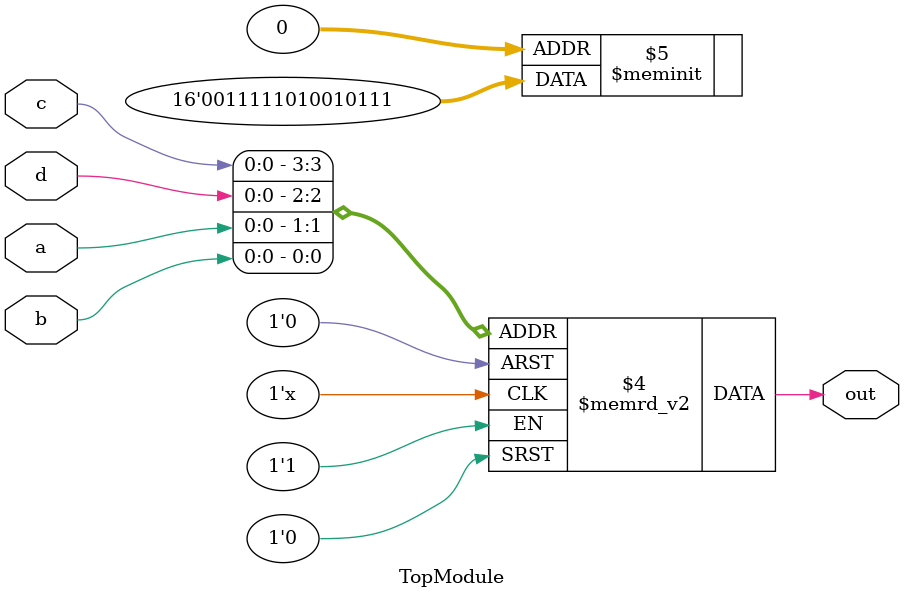
<source format=sv>
module TopModule (
    input logic a,
    input logic b,
    input logic c,
    input logic d,
    output logic out
);

    always @(*) begin
        case ({c, d, a, b})
            4'b0000: out = 1'b1;
            4'b0001: out = 1'b1;
            4'b0010: out = 1'b1;
            4'b0011: out = 1'b0;
            4'b0100: out = 1'b1;
            4'b0101: out = 1'b0;
            4'b0110: out = 1'b0;
            4'b0111: out = 1'b1;
            4'b1000: out = 1'b0;
            4'b1001: out = 1'b1;
            4'b1010: out = 1'b1;
            4'b1011: out = 1'b1;
            4'b1100: out = 1'b1;
            4'b1101: out = 1'b1;
            4'b1110: out = 1'b0;
            4'b1111: out = 1'b0;
            default: out = 1'b0;
        endcase
    end

endmodule
</source>
